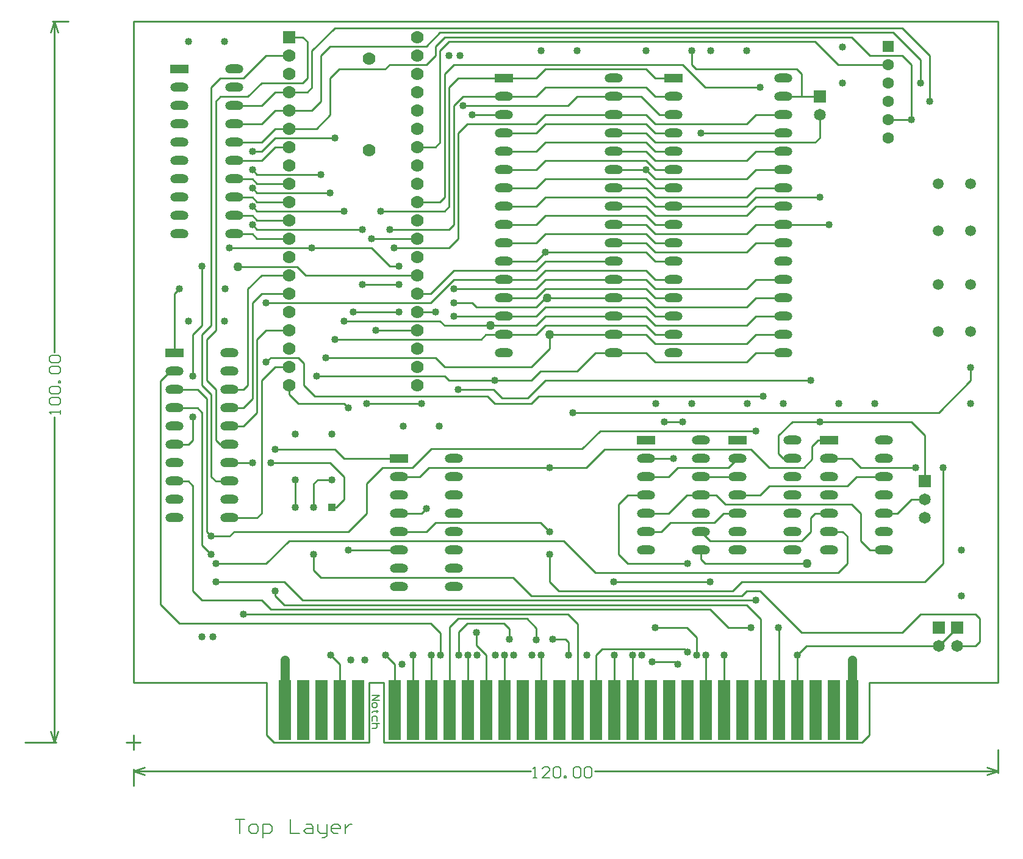
<source format=gtl>
G04*
G04 #@! TF.GenerationSoftware,Altium Limited,CircuitStudio,1.5.2 (30)*
G04*
G04 Layer_Physical_Order=1*
G04 Layer_Color=255*
%FSLAX25Y25*%
%MOIN*%
G70*
G01*
G75*
%ADD10R,0.06500X0.32500*%
%ADD11C,0.01000*%
%ADD12C,0.05000*%
%ADD13C,0.00800*%
%ADD14C,0.00600*%
%ADD15C,0.07000*%
%ADD16C,0.04000*%
%ADD17R,0.06500X0.06500*%
%ADD18C,0.06500*%
%ADD19R,0.04000X0.04000*%
%ADD20R,0.10000X0.05000*%
%ADD21O,0.10000X0.05000*%
%ADD22R,0.07000X0.07000*%
%ADD23C,0.05906*%
%ADD24C,0.06300*%
%ADD25R,0.06300X0.06300*%
%ADD26C,0.05000*%
D10*
X395000Y1152500D02*
D03*
X665000D02*
D03*
X655000D02*
D03*
X645000D02*
D03*
X635000D02*
D03*
X355000D02*
D03*
X365000D02*
D03*
X375000D02*
D03*
X385000D02*
D03*
X415000D02*
D03*
X425000D02*
D03*
X435000D02*
D03*
X445000D02*
D03*
X455000D02*
D03*
X465000D02*
D03*
X475000D02*
D03*
X485000D02*
D03*
X495000D02*
D03*
X505000D02*
D03*
X515000D02*
D03*
X525000D02*
D03*
X535000D02*
D03*
X545000D02*
D03*
X555000D02*
D03*
X565000D02*
D03*
X575000D02*
D03*
X585000D02*
D03*
X595000D02*
D03*
X605000D02*
D03*
X615000D02*
D03*
X625000D02*
D03*
D11*
X365400Y1329800D02*
Y1341785D01*
X362185Y1345000D02*
X365400Y1341785D01*
X347185Y1345000D02*
X362185D01*
X344685Y1342500D02*
X347185Y1345000D01*
X309685Y1212500D02*
X342185D01*
X304685Y1217500D02*
X309685Y1212500D01*
X304685Y1217500D02*
Y1232500D01*
X342185Y1212500D02*
X347185Y1207500D01*
X349685Y1215000D02*
Y1217500D01*
Y1215000D02*
X354685Y1210000D01*
X607185D01*
X332185Y1205000D02*
X509685D01*
X347185Y1207500D02*
X587185D01*
X607185Y1210000D02*
X615000Y1202185D01*
X364685Y1212500D02*
X612185D01*
X354685Y1222500D02*
X364685Y1212500D01*
X317185Y1222500D02*
X354685D01*
X587185Y1207500D02*
X597185Y1197500D01*
X609685D01*
X625000Y1152500D02*
Y1197185D01*
X297185Y1200000D02*
X434685D01*
X286900Y1210285D02*
X297185Y1200000D01*
X286900Y1210285D02*
Y1332215D01*
X440000Y1182500D02*
Y1194685D01*
X434685Y1200000D02*
X440000Y1194685D01*
X294685Y1277500D02*
X302185D01*
X304685Y1275000D01*
Y1232500D02*
Y1275000D01*
X317185Y1360000D02*
Y1485000D01*
Y1300000D02*
Y1327500D01*
X312185Y1355000D02*
X317185Y1360000D01*
X312185Y1332500D02*
Y1355000D01*
Y1332500D02*
X317185Y1327500D01*
X314685Y1362500D02*
Y1492500D01*
Y1280000D02*
Y1325000D01*
X309685Y1357500D02*
X314685Y1362500D01*
X309685Y1330000D02*
Y1357500D01*
Y1330000D02*
X314685Y1325000D01*
X604685Y1222500D02*
X704685D01*
X714685Y1232500D01*
Y1285000D01*
X527185Y1305000D02*
X612185D01*
X682185Y1260000D02*
X689685D01*
X697185Y1267500D01*
X704685D01*
X697185Y1310000D02*
X704685Y1302500D01*
Y1277500D02*
Y1302500D01*
X632185Y1310000D02*
X697185D01*
X734685Y1190000D02*
Y1202500D01*
X732185Y1205000D02*
X734685Y1202500D01*
X702185Y1205000D02*
X732185D01*
X722185Y1187500D02*
X732185D01*
X734685Y1190000D01*
X692185Y1195000D02*
X702185Y1205000D01*
X637185Y1195000D02*
X692185D01*
X614685Y1217500D02*
X637185Y1195000D01*
X607185Y1217500D02*
X614685D01*
X712185Y1187500D02*
X722185Y1197500D01*
X640000Y1187500D02*
X712185D01*
X635000Y1182500D02*
X640000Y1187500D01*
X637185Y1417500D02*
X652185D01*
X612185Y1432500D02*
X647185D01*
X497185Y1332500D02*
X642185D01*
X512185Y1315000D02*
X712185D01*
X582185Y1467500D02*
X627185D01*
X559685Y1477500D02*
X567185D01*
X549685Y1487500D02*
X559685Y1477500D01*
X534685Y1487500D02*
X549685D01*
X514685D02*
X534685D01*
X509685Y1482500D02*
X514685Y1487500D01*
X452185Y1482500D02*
X509685D01*
X457185Y1477500D02*
X474685D01*
X524685Y1227500D02*
X657185D01*
X507185Y1245000D02*
X524685Y1227500D01*
X357185Y1245000D02*
X507185D01*
X504685Y1217500D02*
X599685D01*
X499685Y1222500D02*
X504685Y1217500D01*
X499685Y1222500D02*
Y1237500D01*
X489685Y1215000D02*
X604685D01*
X479685Y1225000D02*
X489685Y1215000D01*
X374685Y1225000D02*
X479685D01*
X399685Y1320000D02*
X429685D01*
X402185Y1410000D02*
X427185D01*
X349685Y1295000D02*
X382185D01*
X387185Y1290000D01*
X404685D01*
X442185Y1362500D02*
X492185D01*
X459685Y1187815D02*
X465000Y1182500D01*
X459685Y1187815D02*
Y1195000D01*
X489700Y1332500D02*
X494700Y1337500D01*
X444685Y1332500D02*
X489700D01*
X644685Y1260000D02*
X652185D01*
X642185Y1257500D02*
X644685Y1260000D01*
X642185Y1250000D02*
Y1257500D01*
X489685Y1340000D02*
X499685Y1350000D01*
X442185Y1340000D02*
X489685D01*
X437185Y1345000D02*
X442185Y1340000D01*
X499685Y1350000D02*
Y1357500D01*
X498900Y1357500D02*
X509685D01*
X514685Y1337500D02*
X524685Y1347500D01*
X494700Y1337500D02*
X514685D01*
X524685Y1347500D02*
X534685D01*
X674685Y1240000D02*
X682185D01*
X669685Y1245000D02*
X674685Y1240000D01*
X669685Y1245000D02*
Y1260000D01*
X619685Y1285000D02*
X638500D01*
X609685Y1295000D02*
X619685Y1285000D01*
X529685Y1295000D02*
X609685D01*
X664685Y1265000D02*
X669685Y1260000D01*
X595700Y1265000D02*
X664685D01*
X510000Y1182500D02*
Y1189685D01*
X508385Y1191300D02*
X510000Y1189685D01*
X501200Y1191300D02*
X508385D01*
X327185Y1250000D02*
X389685D01*
X324685Y1247500D02*
X327185Y1250000D01*
X314685Y1247500D02*
X324685D01*
X370807Y1228878D02*
X374685Y1225000D01*
X370807Y1228878D02*
Y1237500D01*
X344685Y1232500D02*
X357185Y1245000D01*
X317185Y1232500D02*
X344685D01*
X729685Y1332500D02*
Y1339685D01*
X712185Y1315000D02*
X729685Y1332500D01*
X597185Y1285000D02*
X602185Y1290000D01*
X569685Y1285000D02*
X597185D01*
X564685Y1280000D02*
X569685Y1285000D01*
X552185Y1280000D02*
X564685D01*
X580000Y1182500D02*
Y1192185D01*
X574685Y1197500D02*
X580000Y1192185D01*
X557185Y1197500D02*
X574685D01*
X669685Y1285000D02*
X699685D01*
X664685Y1290000D02*
X669685Y1285000D01*
X652185Y1290000D02*
X664685D01*
X599685Y1217500D02*
X604685Y1222500D01*
Y1215000D02*
X607185Y1217500D01*
X638500Y1285000D02*
X643100Y1289600D01*
X637185Y1245000D02*
X642185Y1250000D01*
X587185Y1245000D02*
X637185D01*
X494685Y1255000D02*
X499685Y1250000D01*
X437185Y1255000D02*
X494685D01*
X659685Y1250000D02*
X662185Y1247500D01*
Y1232500D02*
Y1247500D01*
X657185Y1227500D02*
X662185Y1232500D01*
X542185Y1270000D02*
X552185D01*
X574685D02*
X582185D01*
X552185Y1260000D02*
X564685D01*
X574685Y1270000D01*
X537185Y1265000D02*
X542185Y1270000D01*
X537185Y1237500D02*
Y1265000D01*
Y1237500D02*
X542185Y1232500D01*
X575000D01*
X519685Y1285000D02*
X529685Y1295000D01*
X499685Y1285000D02*
X519685D01*
X309685Y1242500D02*
X314685Y1237500D01*
X389685Y1250000D02*
X399685Y1260000D01*
Y1276385D01*
X408300Y1285000D01*
X424685D01*
X562185Y1310000D02*
X572185D01*
X429685Y1260000D02*
X432185Y1262500D01*
X417185Y1260000D02*
X429685D01*
X498900Y1357500D02*
X499685D01*
X498900Y1357500D02*
X498900Y1357500D01*
X428800Y1280000D02*
X433800Y1285000D01*
X499685D01*
X492185Y1372500D02*
X497185Y1377500D01*
X534685Y1222500D02*
X587185D01*
X552185Y1290000D02*
X567185D01*
X624685Y1302500D02*
X632185Y1310000D01*
X624685Y1292500D02*
Y1302500D01*
Y1292500D02*
X627185Y1290000D01*
X432185Y1250000D02*
X437185Y1255000D01*
X582185Y1250000D02*
X587185Y1245000D01*
X627185Y1290000D02*
X632185D01*
X493585Y1323900D02*
X616400D01*
X489685Y1320000D02*
X493585Y1323900D01*
X469685Y1320000D02*
X489685D01*
X487585Y1322900D02*
X497185Y1332500D01*
X473500Y1322900D02*
X487585D01*
X442185Y1335000D02*
X444685Y1332500D01*
X372185Y1335000D02*
X442185D01*
X465785Y1323900D02*
X469685Y1320000D01*
X371300Y1323900D02*
X465785D01*
X662200Y1275000D02*
X667200Y1280000D01*
X619685Y1275000D02*
X662200D01*
X614685Y1270000D02*
X619685Y1275000D01*
X602100Y1270000D02*
X614685D01*
X517385Y1295200D02*
X527185Y1305000D01*
X434885Y1295200D02*
X517385D01*
X424685Y1285000D02*
X434885Y1295200D01*
X594685Y1260000D02*
X602185D01*
X589685Y1255000D02*
X594685Y1260000D01*
X565600Y1255000D02*
X589685D01*
X560600Y1250000D02*
X565600Y1255000D01*
X584685Y1232500D02*
X640300D01*
X582185Y1235000D02*
X584685Y1232500D01*
X582185Y1235000D02*
Y1240000D01*
X652185Y1250000D02*
X659685D01*
X492400Y1190800D02*
Y1197285D01*
X487185Y1202500D02*
X492400Y1197285D01*
X449685Y1202500D02*
X487185D01*
X445000Y1197815D02*
X449685Y1202500D01*
X445000Y1182500D02*
Y1197815D01*
X477800Y1191200D02*
Y1196885D01*
X474685Y1200000D02*
X477800Y1196885D01*
X454685Y1200000D02*
X474685D01*
X450000Y1195315D02*
X454685Y1200000D01*
X450000Y1182500D02*
Y1195315D01*
X509685Y1205000D02*
X515000Y1199685D01*
X555600Y1178900D02*
X568285D01*
X569685Y1177500D01*
X309685Y1242500D02*
Y1315000D01*
X497185Y1377500D02*
X534685D01*
X643100Y1289600D02*
Y1296700D01*
X646400Y1300000D01*
X652185D01*
X417185Y1280000D02*
X428800D01*
X417185Y1250000D02*
X432185D01*
X286900Y1332215D02*
X292185Y1337500D01*
X573300Y1185800D02*
X575000Y1184100D01*
X528300Y1185800D02*
X573300D01*
X525000Y1182500D02*
X528300Y1185800D01*
X590700Y1270000D02*
X595700Y1265000D01*
X582185Y1270000D02*
X590700D01*
X449685Y1327500D02*
X468900D01*
X473500Y1322900D01*
X365400Y1329800D02*
X371300Y1323900D01*
X329300Y1394600D02*
X361800D01*
X366400Y1390000D01*
X427185D01*
X667200Y1280000D02*
X682185D01*
X552185Y1250000D02*
X560600D01*
X684685Y1475000D02*
X697185D01*
X582185Y1280000D02*
X602185D01*
X404685Y1290000D02*
X417185D01*
X389685Y1240000D02*
X417185D01*
X362185Y1320000D02*
X387185D01*
X389685Y1317500D01*
X339685Y1415000D02*
X397185D01*
X337185Y1417500D02*
X339685Y1415000D01*
Y1425000D02*
X387185D01*
X339685Y1435000D02*
X379685D01*
X339685Y1445000D02*
X374685D01*
X397185Y1385000D02*
X417185D01*
X412185Y1395000D02*
X417185D01*
X402185Y1405000D02*
X412185Y1395000D01*
X369685Y1405000D02*
X402185D01*
X392185Y1370000D02*
X417185D01*
X387185Y1365000D02*
X439685D01*
X382185Y1355000D02*
X462185D01*
X377185Y1345000D02*
X437185D01*
X357185Y1325000D02*
X362185Y1320000D01*
X357185Y1325000D02*
Y1330000D01*
X447185Y1367500D02*
X474685D01*
X474685Y1367500D01*
X447185Y1375000D02*
X457185D01*
X459685Y1372500D01*
X492185D01*
X447185Y1382500D02*
X492185D01*
X497185Y1387500D01*
X534685D01*
X439685Y1365000D02*
X442185Y1362500D01*
X492185D02*
X497185Y1367500D01*
X534685D01*
X462185Y1355000D02*
X464685Y1357500D01*
X474685D01*
X509685D02*
X534685D01*
X349685Y1465000D02*
X382185D01*
X342185Y1457500D02*
X349685Y1465000D01*
X337185Y1457500D02*
X342185D01*
X337185Y1427500D02*
X339685Y1425000D01*
X337185Y1437500D02*
X339685Y1435000D01*
X337185Y1447500D02*
X339685Y1445000D01*
X324685Y1405000D02*
X369685D01*
X404685Y1360000D02*
X427185D01*
X414685Y1405000D02*
X444685D01*
X412185Y1415000D02*
X444685D01*
X407185Y1425000D02*
X442185D01*
X342185Y1260000D02*
Y1332500D01*
X339685Y1257500D02*
X342185Y1260000D01*
Y1332500D02*
X349685Y1340000D01*
X357185D01*
X442185Y1432500D02*
Y1500000D01*
X439685Y1430000D02*
X442185Y1432500D01*
X427185Y1430000D02*
X439685D01*
X444685Y1427500D02*
Y1492500D01*
X442185Y1425000D02*
X444685Y1427500D01*
X447185Y1417500D02*
Y1482500D01*
X444685Y1415000D02*
X447185Y1417500D01*
X449685Y1410000D02*
Y1467500D01*
X444685Y1405000D02*
X449685Y1410000D01*
X344685Y1375000D02*
X434685D01*
X447185Y1387500D01*
X474685D01*
X627185Y1417500D02*
X637185D01*
X607185Y1427500D02*
X612185Y1432500D01*
X567185Y1427500D02*
X607185D01*
X635000Y1152500D02*
Y1182500D01*
X615000Y1152500D02*
Y1202185D01*
X595000Y1152500D02*
Y1182500D01*
X585000Y1152500D02*
Y1182500D01*
X545000Y1152500D02*
Y1182500D01*
X535000Y1152500D02*
Y1182500D01*
X525000Y1152500D02*
Y1182500D01*
X515000Y1152500D02*
Y1199685D01*
X495000Y1152500D02*
Y1182500D01*
X475000Y1152500D02*
Y1182500D01*
X465000Y1152500D02*
Y1182500D01*
X455000Y1152500D02*
Y1182500D01*
X445000Y1152500D02*
Y1182500D01*
X435000Y1152500D02*
Y1182500D01*
X425000Y1152500D02*
Y1182500D01*
X410000D02*
X415000Y1177500D01*
Y1152500D02*
Y1177500D01*
X380000Y1182500D02*
X385000Y1177500D01*
Y1152500D02*
Y1177500D01*
X312185Y1250000D02*
X314685Y1247500D01*
X312185Y1250000D02*
Y1322500D01*
X427185Y1370000D02*
X437185D01*
X367185Y1497500D02*
Y1517500D01*
X364685Y1495000D02*
X367185Y1497500D01*
X342185Y1495000D02*
X364685D01*
X309685Y1362500D02*
Y1395000D01*
X304685Y1357500D02*
X309685Y1362500D01*
X304685Y1335000D02*
Y1357500D01*
X292185Y1337500D02*
X294685D01*
X307185Y1327500D02*
X312185Y1322500D01*
X294685Y1327500D02*
X307185D01*
X304685Y1300000D02*
Y1312500D01*
X302185Y1297500D02*
X304685Y1300000D01*
X294685Y1297500D02*
X302185D01*
X449685Y1467500D02*
X454685Y1472500D01*
X492185D01*
X497185Y1477500D01*
X534685D01*
X447185Y1482500D02*
X452185Y1487500D01*
X474685D01*
X444685Y1492500D02*
X449685Y1497500D01*
X474685D01*
X307185Y1317500D02*
X309685Y1315000D01*
X294685Y1317500D02*
X307185D01*
X314685Y1492500D02*
X319685Y1497500D01*
X314685Y1280000D02*
X317185Y1277500D01*
Y1485000D02*
X319685Y1487500D01*
X317185Y1300000D02*
X319685Y1297500D01*
X324685D01*
X380807Y1263189D02*
X382874D01*
X387185Y1267500D01*
Y1280000D01*
X379685Y1287500D02*
X387185Y1280000D01*
X347185Y1287500D02*
X379685D01*
X372874Y1278189D02*
X380807D01*
X370807Y1276122D02*
X372874Y1278189D01*
X370807Y1263189D02*
Y1276122D01*
X360807Y1263189D02*
Y1278189D01*
X324685Y1287500D02*
X337185D01*
X324685Y1257500D02*
X339685D01*
X317185Y1277500D02*
X324685D01*
X319685Y1497500D02*
X332185D01*
X344685Y1510000D01*
X357185D01*
Y1520000D02*
X364685D01*
X367185Y1517500D01*
X334685Y1487500D02*
X342185Y1495000D01*
X369685Y1492500D02*
Y1512500D01*
X367185Y1490000D02*
X369685Y1492500D01*
X357185Y1490000D02*
X367185D01*
X379685Y1497500D02*
X384685Y1502500D01*
X379685Y1477500D02*
Y1497500D01*
X372185Y1470000D02*
X379685Y1477500D01*
X369685Y1512500D02*
X382185Y1525000D01*
X692185D01*
X374685Y1485000D02*
Y1510000D01*
X369685Y1480000D02*
X374685Y1485000D01*
X357185Y1480000D02*
X369685D01*
X379685Y1515000D02*
X432185D01*
X374685Y1510000D02*
X379685Y1515000D01*
X357185Y1470000D02*
X372185D01*
X384685Y1502500D02*
X409685D01*
X319685Y1487500D02*
X334685D01*
X344685Y1360000D02*
X357185D01*
X339685Y1355000D02*
X344685Y1360000D01*
X339685Y1315000D02*
Y1355000D01*
X332185Y1307500D02*
X339685Y1315000D01*
X324685Y1307500D02*
X332185D01*
X342185Y1380000D02*
X357185D01*
X337185Y1375000D02*
X342185Y1380000D01*
X337185Y1322500D02*
Y1375000D01*
X332185Y1317500D02*
X337185Y1322500D01*
X324685Y1317500D02*
X332185D01*
X342185Y1390000D02*
X357185D01*
X334685Y1382500D02*
X342185Y1390000D01*
X334685Y1330000D02*
Y1382500D01*
X332185Y1327500D02*
X334685Y1330000D01*
X324685Y1327500D02*
X332185D01*
X294685Y1380000D02*
X297185Y1382500D01*
X294685Y1347500D02*
Y1380000D01*
X584685Y1492500D02*
X614685D01*
X572185Y1505000D02*
X584685Y1492500D01*
X447185Y1505000D02*
X572185D01*
X442185Y1500000D02*
X447185Y1505000D01*
X427185Y1380000D02*
X434685D01*
X447185Y1392500D01*
X492185D01*
X497185Y1397500D01*
X534685D01*
X707185Y1485000D02*
Y1510000D01*
X692185Y1525000D02*
X707185Y1510000D01*
X702185Y1495000D02*
Y1507500D01*
X687185Y1522500D02*
X702185Y1507500D01*
X439685Y1522500D02*
X687185D01*
X697185Y1475000D02*
Y1505000D01*
X692185Y1510000D02*
X697185Y1505000D01*
X674685Y1510000D02*
X692185D01*
X664685Y1520000D02*
X674685Y1510000D01*
X442185Y1520000D02*
X664685D01*
X437185Y1515000D02*
X442185Y1520000D01*
X437185Y1510000D02*
Y1515000D01*
X432185Y1505000D02*
X437185Y1510000D01*
X412185Y1505000D02*
X432185D01*
X409685Y1502500D02*
X412185Y1505000D01*
X432185Y1515000D02*
X439685Y1522500D01*
X444685Y1517500D02*
X644685D01*
X439685Y1512500D02*
X444685Y1517500D01*
X644685D02*
X657185Y1505000D01*
X684685D01*
X439685Y1462500D02*
Y1512500D01*
X437185Y1460000D02*
X439685Y1462500D01*
X427185Y1460000D02*
X437185D01*
X474685Y1357500D02*
X492185D01*
X557185Y1362500D02*
X607185D01*
X534685Y1377500D02*
X552185D01*
X557185Y1462500D02*
X644685D01*
X534685Y1467500D02*
X552185D01*
X349685Y1490000D02*
X357185D01*
X474685Y1487500D02*
X492185D01*
X497185Y1492500D01*
X552185D01*
X557185Y1487500D01*
X567185D01*
X557185Y1467500D02*
X567185D01*
X552185Y1472500D02*
X557185Y1467500D01*
X497185Y1472500D02*
X552185D01*
X492185Y1467500D02*
X497185Y1472500D01*
X474685Y1467500D02*
X492185D01*
X557185Y1457500D02*
X567185D01*
X552185Y1462500D02*
X557185Y1457500D01*
X497185Y1462500D02*
X552185D01*
X492185Y1457500D02*
X497185Y1462500D01*
X474685Y1457500D02*
X492185D01*
X557185Y1447500D02*
X567185D01*
X552185Y1452500D02*
X557185Y1447500D01*
X497185Y1452500D02*
X552185D01*
X492185Y1447500D02*
X497185Y1452500D01*
X474685Y1447500D02*
X492185D01*
X557185Y1437500D02*
X567185D01*
X552185Y1442500D02*
X557185Y1437500D01*
X497185Y1442500D02*
X552185D01*
X492185Y1437500D02*
X497185Y1442500D01*
X474685Y1437500D02*
X492185D01*
X557185Y1427500D02*
X567185D01*
X552185Y1432500D02*
X557185Y1427500D01*
X497185Y1432500D02*
X552185D01*
X492185Y1427500D02*
X497185Y1432500D01*
X474685Y1427500D02*
X492185D01*
X557185Y1417500D02*
X567185D01*
X552185Y1422500D02*
X557185Y1417500D01*
X497185Y1422500D02*
X552185D01*
X492185Y1417500D02*
X497185Y1422500D01*
X474685Y1417500D02*
X492185D01*
X557185Y1407500D02*
X567185D01*
X552185Y1412500D02*
X557185Y1407500D01*
X497185Y1412500D02*
X552185D01*
X492185Y1407500D02*
X497185Y1412500D01*
X474685Y1407500D02*
X492185D01*
X557185Y1397500D02*
X567185D01*
X552185Y1402500D02*
X557185Y1397500D01*
X492185D02*
X497185Y1402500D01*
X557185Y1387500D02*
X567185D01*
X552185Y1392500D02*
X557185Y1387500D01*
X497185Y1392500D02*
X552185D01*
X492185Y1387500D02*
X497185Y1392500D01*
X557185Y1377500D02*
X567185D01*
X552185Y1382500D02*
X557185Y1377500D01*
X497185Y1382500D02*
X552185D01*
X492185Y1377500D02*
X497185Y1382500D01*
X474685Y1377500D02*
X492185D01*
X557185Y1367500D02*
X567185D01*
X552185Y1372500D02*
X557185Y1367500D01*
X497185Y1372500D02*
X552185D01*
X492185Y1367500D02*
X497185Y1372500D01*
X474685Y1367500D02*
X492185D01*
X557185Y1357500D02*
X567185D01*
X552185Y1362500D02*
X557185Y1357500D01*
X497185Y1362500D02*
X552185D01*
X492185Y1357500D02*
X497185Y1362500D01*
X557185Y1497500D02*
X567185D01*
X552185Y1502500D02*
X557185Y1497500D01*
X497185Y1502500D02*
X552185D01*
X492185Y1497500D02*
X497185Y1502500D01*
X474685Y1497500D02*
X492185D01*
X534685Y1367500D02*
X552185D01*
X557185Y1362500D01*
X607185D02*
X612185Y1367500D01*
X627185D01*
X612185Y1357500D02*
X627185D01*
X607185Y1352500D02*
X612185Y1357500D01*
X557185Y1352500D02*
X607185D01*
X552185Y1357500D02*
X557185Y1352500D01*
X534685Y1357500D02*
X552185D01*
X612185Y1347500D02*
X627185D01*
X607185Y1342500D02*
X612185Y1347500D01*
X557185Y1342500D02*
X607185D01*
X552185Y1347500D02*
X557185Y1342500D01*
X534685Y1347500D02*
X552185D01*
X612185Y1377500D02*
X627185D01*
X607185Y1372500D02*
X612185Y1377500D01*
X557185Y1372500D02*
X607185D01*
X552185Y1377500D02*
X557185Y1372500D01*
X612185Y1387500D02*
X627185D01*
X607185Y1382500D02*
X612185Y1387500D01*
X557185Y1382500D02*
X607185D01*
X552185Y1387500D02*
X557185Y1382500D01*
X534685Y1387500D02*
X552185D01*
X612185Y1407500D02*
X627185D01*
X607185Y1402500D02*
X612185Y1407500D01*
X557185Y1402500D02*
X607185D01*
X552185Y1407500D02*
X557185Y1402500D01*
X534685Y1407500D02*
X552185D01*
X612185Y1417500D02*
X627185D01*
X607185Y1412500D02*
X612185Y1417500D01*
X557185Y1412500D02*
X607185D01*
X552185Y1417500D02*
X557185Y1412500D01*
X534685Y1417500D02*
X552185D01*
X612185Y1427500D02*
X627185D01*
X607185Y1422500D02*
X612185Y1427500D01*
X557185Y1422500D02*
X607185D01*
X552185Y1427500D02*
X557185Y1422500D01*
X534685Y1427500D02*
X552185D01*
X612185Y1437500D02*
X627185D01*
X607185Y1432500D02*
X612185Y1437500D01*
X557185Y1432500D02*
X607185D01*
X552185Y1437500D02*
X557185Y1432500D01*
X534685Y1437500D02*
X552185D01*
X612185Y1447500D02*
X627185D01*
X607185Y1442500D02*
X612185Y1447500D01*
X557185Y1442500D02*
X607185D01*
X552185Y1447500D02*
X557185Y1442500D01*
X534685Y1447500D02*
X552185D01*
X612185Y1457500D02*
X627185D01*
X607185Y1452500D02*
X612185Y1457500D01*
X557185Y1452500D02*
X607185D01*
X552185Y1457500D02*
X557185Y1452500D01*
X534685Y1457500D02*
X552185D01*
X612185Y1477500D02*
X627185D01*
X607185Y1472500D02*
X612185Y1477500D01*
X557185Y1472500D02*
X607185D01*
X552185Y1477500D02*
X557185Y1472500D01*
X534685Y1477500D02*
X552185D01*
X577185Y1505000D02*
Y1512500D01*
Y1505000D02*
X579685Y1502500D01*
X634685D01*
X637185Y1500000D01*
Y1487500D02*
Y1500000D01*
X627185Y1487500D02*
X637185D01*
X647185D01*
X552185Y1467500D02*
X557185Y1462500D01*
X644685D02*
X647185Y1465000D01*
Y1477500D01*
X474685Y1397500D02*
X492185D01*
X497185Y1402500D02*
X552185D01*
X327185Y1482500D02*
X342185D01*
X349685Y1490000D01*
Y1480000D02*
X357185D01*
X342185Y1472500D02*
X349685Y1480000D01*
X327185Y1472500D02*
X342185D01*
X349685Y1470000D02*
X357185D01*
X342185Y1462500D02*
X349685Y1470000D01*
X327185Y1462500D02*
X342185D01*
X349685Y1460000D02*
X357185D01*
X342185Y1452500D02*
X349685Y1460000D01*
X327185Y1452500D02*
X342185D01*
X327185Y1442500D02*
X337185D01*
X339685Y1440000D01*
X357185D01*
X339685Y1430000D02*
X357185D01*
X337185Y1432500D02*
X339685Y1430000D01*
X327185Y1432500D02*
X337185D01*
X339685Y1420000D02*
X357185D01*
X337185Y1422500D02*
X339685Y1420000D01*
X327185Y1422500D02*
X337185D01*
X339685Y1410000D02*
X357185D01*
X337185Y1412500D02*
X339685Y1410000D01*
X327185Y1412500D02*
X337185D01*
X474685Y1387500D02*
X492185D01*
X744626Y1118252D02*
Y1131063D01*
X272185Y1111378D02*
Y1120252D01*
X524400Y1119252D02*
X744626D01*
X272185D02*
X489211D01*
X738626Y1121252D02*
X744626Y1119252D01*
X738626Y1117252D02*
X744626Y1119252D01*
X272185D02*
X278185Y1117252D01*
X272185Y1119252D02*
X278185Y1121252D01*
X227878Y1528701D02*
X236752D01*
X213130Y1135000D02*
X229878D01*
X228878Y1347845D02*
Y1528701D01*
Y1135000D02*
Y1312656D01*
X226878Y1522701D02*
X228878Y1528701D01*
X230878Y1522701D01*
X228878Y1135000D02*
X230878Y1141000D01*
X226878D02*
X228878Y1135000D01*
X401000Y1167500D02*
X409000D01*
X401000Y1135000D02*
Y1167500D01*
X350000Y1135000D02*
X401000D01*
X409000D02*
Y1167500D01*
Y1135000D02*
X670000D01*
X272185Y1131063D02*
Y1138937D01*
X268248Y1135000D02*
X276122D01*
X349700D02*
X401000D01*
X409000D02*
Y1167500D01*
X401000Y1135000D02*
Y1167500D01*
X409000Y1135000D02*
X670300D01*
X674300Y1139000D02*
Y1167500D01*
X670300Y1135000D02*
X674300Y1139000D01*
X344937D02*
Y1167480D01*
Y1139000D02*
X348937Y1135000D01*
X349700D01*
X272185Y1167480D02*
Y1528701D01*
X744626D01*
Y1167500D02*
Y1528701D01*
X674300Y1167500D02*
X744449D01*
X272185Y1167480D02*
X344937D01*
D12*
X665000Y1152500D02*
Y1172500D01*
X355000D02*
Y1180000D01*
X665000Y1172500D02*
Y1180000D01*
X355000Y1152500D02*
Y1172500D01*
D13*
X327913Y1092813D02*
X332912D01*
X330413D01*
Y1085315D01*
X336661D02*
X339160D01*
X340409Y1086565D01*
Y1089064D01*
X339160Y1090313D01*
X336661D01*
X335411Y1089064D01*
Y1086565D01*
X336661Y1085315D01*
X342909Y1082816D02*
Y1090313D01*
X346657D01*
X347907Y1089064D01*
Y1086565D01*
X346657Y1085315D01*
X342909D01*
X357904Y1092813D02*
Y1085315D01*
X362902D01*
X366651Y1090313D02*
X369150D01*
X370400Y1089064D01*
Y1085315D01*
X366651D01*
X365401Y1086565D01*
X366651Y1087814D01*
X370400D01*
X372899Y1090313D02*
Y1086565D01*
X374149Y1085315D01*
X377897D01*
Y1084065D01*
X376648Y1082816D01*
X375398D01*
X377897Y1085315D02*
Y1090313D01*
X384145Y1085315D02*
X381646D01*
X380396Y1086565D01*
Y1089064D01*
X381646Y1090313D01*
X384145D01*
X385395Y1089064D01*
Y1087814D01*
X380396D01*
X387894Y1090313D02*
Y1085315D01*
Y1087814D01*
X389144Y1089064D01*
X390393Y1090313D01*
X391643D01*
X402500Y1160500D02*
X406499D01*
X402500Y1157834D01*
X406499D01*
X402500Y1155835D02*
Y1154502D01*
X403166Y1153835D01*
X404499D01*
X405166Y1154502D01*
Y1155835D01*
X404499Y1156501D01*
X403166D01*
X402500Y1155835D01*
X405832Y1151836D02*
X405166D01*
Y1152503D01*
Y1151170D01*
Y1151836D01*
X403166D01*
X402500Y1151170D01*
X405166Y1146504D02*
Y1148504D01*
X404499Y1149170D01*
X403166D01*
X402500Y1148504D01*
Y1146504D01*
X406499Y1145172D02*
X402500D01*
X404499D01*
X405166Y1144505D01*
Y1143172D01*
X404499Y1142506D01*
X402500D01*
D14*
X490811Y1115653D02*
X492810D01*
X491810D01*
Y1121651D01*
X490811Y1120651D01*
X499808Y1115653D02*
X495809D01*
X499808Y1119652D01*
Y1120651D01*
X498808Y1121651D01*
X496809D01*
X495809Y1120651D01*
X501807D02*
X502807Y1121651D01*
X504806D01*
X505806Y1120651D01*
Y1116653D01*
X504806Y1115653D01*
X502807D01*
X501807Y1116653D01*
Y1120651D01*
X507805Y1115653D02*
Y1116653D01*
X508805D01*
Y1115653D01*
X507805D01*
X512804Y1120651D02*
X513803Y1121651D01*
X515802D01*
X516802Y1120651D01*
Y1116653D01*
X515802Y1115653D01*
X513803D01*
X512804Y1116653D01*
Y1120651D01*
X518802D02*
X519801Y1121651D01*
X521801D01*
X522800Y1120651D01*
Y1116653D01*
X521801Y1115653D01*
X519801D01*
X518802Y1116653D01*
Y1120651D01*
X232477Y1314256D02*
Y1316255D01*
Y1315255D01*
X226479D01*
X227479Y1314256D01*
Y1319254D02*
X226479Y1320254D01*
Y1322253D01*
X227479Y1323253D01*
X231477D01*
X232477Y1322253D01*
Y1320254D01*
X231477Y1319254D01*
X227479D01*
Y1325252D02*
X226479Y1326252D01*
Y1328251D01*
X227479Y1329251D01*
X231477D01*
X232477Y1328251D01*
Y1326252D01*
X231477Y1325252D01*
X227479D01*
X232477Y1331250D02*
X231477D01*
Y1332250D01*
X232477D01*
Y1331250D01*
X227479Y1336248D02*
X226479Y1337248D01*
Y1339248D01*
X227479Y1340247D01*
X231477D01*
X232477Y1339248D01*
Y1337248D01*
X231477Y1336248D01*
X227479D01*
Y1342247D02*
X226479Y1343246D01*
Y1345245D01*
X227479Y1346245D01*
X231477D01*
X232477Y1345245D01*
Y1343246D01*
X231477Y1342247D01*
X227479D01*
D15*
X401122Y1458130D02*
D03*
Y1508130D02*
D03*
X427185Y1520000D02*
D03*
Y1510000D02*
D03*
Y1500000D02*
D03*
Y1490000D02*
D03*
Y1480000D02*
D03*
Y1470000D02*
D03*
Y1460000D02*
D03*
Y1450000D02*
D03*
Y1440000D02*
D03*
Y1430000D02*
D03*
Y1420000D02*
D03*
Y1410000D02*
D03*
Y1400000D02*
D03*
Y1390000D02*
D03*
Y1380000D02*
D03*
Y1370000D02*
D03*
Y1360000D02*
D03*
Y1350000D02*
D03*
Y1340000D02*
D03*
Y1330000D02*
D03*
X357185D02*
D03*
Y1340000D02*
D03*
Y1350000D02*
D03*
Y1360000D02*
D03*
Y1370000D02*
D03*
Y1380000D02*
D03*
Y1390000D02*
D03*
Y1400000D02*
D03*
Y1410000D02*
D03*
Y1420000D02*
D03*
Y1430000D02*
D03*
Y1440000D02*
D03*
Y1450000D02*
D03*
Y1460000D02*
D03*
Y1470000D02*
D03*
Y1480000D02*
D03*
Y1490000D02*
D03*
Y1500000D02*
D03*
Y1510000D02*
D03*
D16*
X724685Y1215000D02*
D03*
Y1240000D02*
D03*
X380807Y1278189D02*
D03*
Y1303189D02*
D03*
X297185Y1382500D02*
D03*
X322185D02*
D03*
X321870Y1365000D02*
D03*
X302185D02*
D03*
X321870Y1517500D02*
D03*
X302185D02*
D03*
X495000Y1512500D02*
D03*
X514685D02*
D03*
X450591Y1510000D02*
D03*
X444685D02*
D03*
X659685Y1514685D02*
D03*
Y1495000D02*
D03*
X587500Y1512500D02*
D03*
X607185D02*
D03*
X552185D02*
D03*
X577185D02*
D03*
X729685Y1339685D02*
D03*
Y1320000D02*
D03*
X657500D02*
D03*
X677185D02*
D03*
X607500D02*
D03*
X627185D02*
D03*
X557500D02*
D03*
X577185D02*
D03*
X439370Y1307500D02*
D03*
X419685D02*
D03*
X360807Y1263189D02*
D03*
X370807D02*
D03*
X360807Y1278189D02*
D03*
Y1303189D02*
D03*
X315591Y1192500D02*
D03*
X309685D02*
D03*
X344685Y1342500D02*
D03*
X332185Y1205000D02*
D03*
X349685Y1217500D02*
D03*
X609685Y1197500D02*
D03*
X624685D02*
D03*
X714685Y1285000D02*
D03*
X699685D02*
D03*
X647185Y1310000D02*
D03*
X612185Y1305000D02*
D03*
X652185Y1417500D02*
D03*
X647185Y1432500D02*
D03*
X642185Y1332500D02*
D03*
X512185Y1315000D02*
D03*
X582185Y1467500D02*
D03*
X452185Y1482500D02*
D03*
X457185Y1477500D02*
D03*
X429685Y1320000D02*
D03*
X399685D02*
D03*
X402185Y1410000D02*
D03*
X349685Y1295000D02*
D03*
X459685Y1195000D02*
D03*
X469685Y1332500D02*
D03*
X499685Y1237500D02*
D03*
Y1250000D02*
D03*
X612185Y1212500D02*
D03*
X575000Y1232500D02*
D03*
X370807Y1237500D02*
D03*
X557185Y1197500D02*
D03*
X572185Y1310000D02*
D03*
X562185D02*
D03*
X432185Y1262500D02*
D03*
X497185Y1402500D02*
D03*
X499685Y1285000D02*
D03*
X534685Y1222500D02*
D03*
X552185Y1447500D02*
D03*
X567185Y1290000D02*
D03*
X587185Y1222500D02*
D03*
X569685Y1177500D02*
D03*
X555600Y1178900D02*
D03*
X575000Y1184100D02*
D03*
X477800Y1191200D02*
D03*
X492400Y1190800D02*
D03*
X501200Y1191300D02*
D03*
X616400Y1323900D02*
D03*
X389685Y1240000D02*
D03*
Y1317500D02*
D03*
X449685Y1327500D02*
D03*
X397185Y1415000D02*
D03*
X387185Y1425000D02*
D03*
X379685Y1435000D02*
D03*
X382185Y1465000D02*
D03*
X374685Y1445000D02*
D03*
X397185Y1385000D02*
D03*
X392185Y1370000D02*
D03*
X387185Y1365000D02*
D03*
X382185Y1355000D02*
D03*
X372185Y1335000D02*
D03*
X377185Y1345000D02*
D03*
X417185Y1395000D02*
D03*
Y1385000D02*
D03*
Y1370000D02*
D03*
X447185Y1367500D02*
D03*
Y1375000D02*
D03*
Y1382500D02*
D03*
X437185Y1370000D02*
D03*
X344685Y1375000D02*
D03*
X337185Y1417500D02*
D03*
Y1427500D02*
D03*
Y1437500D02*
D03*
Y1447500D02*
D03*
Y1457500D02*
D03*
X324685Y1405000D02*
D03*
X369685D02*
D03*
X414685D02*
D03*
X412185Y1415000D02*
D03*
X407185Y1425000D02*
D03*
X580000Y1182500D02*
D03*
X550000D02*
D03*
X520000D02*
D03*
X510000D02*
D03*
X490000D02*
D03*
X480000D02*
D03*
X470000D02*
D03*
X460000D02*
D03*
X450000D02*
D03*
X440000D02*
D03*
X635000D02*
D03*
X595000D02*
D03*
X585000D02*
D03*
X545000D02*
D03*
X535000D02*
D03*
X495000D02*
D03*
X475000D02*
D03*
X455000D02*
D03*
X435000D02*
D03*
X425000D02*
D03*
X410000D02*
D03*
X380000D02*
D03*
X314685Y1247500D02*
D03*
Y1237500D02*
D03*
X317185Y1232500D02*
D03*
Y1222500D02*
D03*
X309685Y1395000D02*
D03*
X304685Y1335000D02*
D03*
Y1312500D02*
D03*
X404685Y1360000D02*
D03*
X347185Y1287500D02*
D03*
X337185D02*
D03*
X614685Y1492500D02*
D03*
X697185Y1475000D02*
D03*
X702185Y1495000D02*
D03*
X707185Y1485000D02*
D03*
X391122Y1180000D02*
D03*
X398622D02*
D03*
X665000D02*
D03*
Y1172500D02*
D03*
X418937Y1177500D02*
D03*
X355000Y1172500D02*
D03*
Y1180000D02*
D03*
D17*
X704685Y1277500D02*
D03*
X712185Y1197500D02*
D03*
X722185D02*
D03*
X647185Y1487500D02*
D03*
D18*
X704685Y1267500D02*
D03*
Y1257500D02*
D03*
X712185Y1187500D02*
D03*
X722185D02*
D03*
X647185Y1477500D02*
D03*
D19*
X380807Y1263189D02*
D03*
D20*
X567185Y1497500D02*
D03*
X474685Y1497500D02*
D03*
X602185Y1300000D02*
D03*
X417185Y1290000D02*
D03*
X294685Y1347500D02*
D03*
X297185Y1502500D02*
D03*
X552185Y1300000D02*
D03*
X652185D02*
D03*
D21*
X567185Y1487500D02*
D03*
Y1477500D02*
D03*
Y1467500D02*
D03*
Y1457500D02*
D03*
Y1447500D02*
D03*
Y1437500D02*
D03*
Y1427500D02*
D03*
Y1417500D02*
D03*
Y1407500D02*
D03*
Y1397500D02*
D03*
Y1387500D02*
D03*
Y1377500D02*
D03*
Y1367500D02*
D03*
Y1357500D02*
D03*
Y1347500D02*
D03*
X627185Y1497500D02*
D03*
Y1487500D02*
D03*
Y1477500D02*
D03*
Y1467500D02*
D03*
Y1457500D02*
D03*
Y1447500D02*
D03*
Y1437500D02*
D03*
Y1427500D02*
D03*
Y1417500D02*
D03*
Y1407500D02*
D03*
Y1397500D02*
D03*
Y1387500D02*
D03*
Y1377500D02*
D03*
Y1367500D02*
D03*
Y1357500D02*
D03*
Y1347500D02*
D03*
X474685Y1487500D02*
D03*
Y1477500D02*
D03*
Y1467500D02*
D03*
Y1457500D02*
D03*
Y1447500D02*
D03*
Y1437500D02*
D03*
Y1427500D02*
D03*
Y1417500D02*
D03*
Y1407500D02*
D03*
Y1397500D02*
D03*
Y1387500D02*
D03*
Y1377500D02*
D03*
Y1367500D02*
D03*
Y1357500D02*
D03*
Y1347500D02*
D03*
X534685Y1497500D02*
D03*
Y1487500D02*
D03*
Y1477500D02*
D03*
Y1467500D02*
D03*
Y1457500D02*
D03*
Y1447500D02*
D03*
Y1437500D02*
D03*
Y1427500D02*
D03*
Y1417500D02*
D03*
Y1407500D02*
D03*
Y1397500D02*
D03*
Y1387500D02*
D03*
Y1377500D02*
D03*
Y1367500D02*
D03*
Y1357500D02*
D03*
Y1347500D02*
D03*
X602185Y1240000D02*
D03*
Y1250000D02*
D03*
Y1260000D02*
D03*
Y1270000D02*
D03*
Y1280000D02*
D03*
Y1290000D02*
D03*
X632185Y1240000D02*
D03*
Y1300000D02*
D03*
Y1290000D02*
D03*
Y1280000D02*
D03*
Y1270000D02*
D03*
Y1260000D02*
D03*
Y1250000D02*
D03*
X417185Y1230000D02*
D03*
Y1240000D02*
D03*
Y1250000D02*
D03*
Y1260000D02*
D03*
Y1270000D02*
D03*
Y1280000D02*
D03*
Y1220000D02*
D03*
X447185Y1270000D02*
D03*
Y1260000D02*
D03*
Y1250000D02*
D03*
Y1240000D02*
D03*
Y1230000D02*
D03*
Y1220000D02*
D03*
Y1280000D02*
D03*
Y1290000D02*
D03*
X324685Y1307500D02*
D03*
Y1297500D02*
D03*
X294685Y1267500D02*
D03*
Y1257500D02*
D03*
X324685D02*
D03*
Y1267500D02*
D03*
Y1277500D02*
D03*
Y1287500D02*
D03*
X294685Y1277500D02*
D03*
Y1337500D02*
D03*
Y1327500D02*
D03*
Y1317500D02*
D03*
Y1307500D02*
D03*
Y1297500D02*
D03*
Y1287500D02*
D03*
X324685Y1327500D02*
D03*
Y1317500D02*
D03*
Y1337500D02*
D03*
Y1347500D02*
D03*
X327185Y1462500D02*
D03*
Y1452500D02*
D03*
X297185Y1422500D02*
D03*
Y1412500D02*
D03*
X327185D02*
D03*
Y1422500D02*
D03*
Y1432500D02*
D03*
Y1442500D02*
D03*
X297185Y1432500D02*
D03*
Y1492500D02*
D03*
Y1482500D02*
D03*
Y1472500D02*
D03*
Y1462500D02*
D03*
Y1452500D02*
D03*
Y1442500D02*
D03*
X327185Y1482500D02*
D03*
Y1472500D02*
D03*
Y1492500D02*
D03*
Y1502500D02*
D03*
X552185Y1240000D02*
D03*
Y1250000D02*
D03*
Y1260000D02*
D03*
Y1270000D02*
D03*
Y1280000D02*
D03*
Y1290000D02*
D03*
X582185Y1240000D02*
D03*
Y1300000D02*
D03*
Y1290000D02*
D03*
Y1280000D02*
D03*
Y1270000D02*
D03*
Y1260000D02*
D03*
Y1250000D02*
D03*
X652185Y1240000D02*
D03*
Y1250000D02*
D03*
Y1260000D02*
D03*
Y1270000D02*
D03*
Y1280000D02*
D03*
Y1290000D02*
D03*
X682185Y1240000D02*
D03*
Y1300000D02*
D03*
Y1290000D02*
D03*
Y1280000D02*
D03*
Y1270000D02*
D03*
Y1260000D02*
D03*
Y1250000D02*
D03*
D22*
X357185Y1520000D02*
D03*
D23*
X711968Y1440000D02*
D03*
X729685D02*
D03*
X711968Y1414409D02*
D03*
X729685D02*
D03*
X711968Y1385000D02*
D03*
X729685D02*
D03*
X711968Y1359409D02*
D03*
X729685D02*
D03*
D24*
X684685Y1465000D02*
D03*
Y1475000D02*
D03*
Y1485000D02*
D03*
Y1495000D02*
D03*
Y1505000D02*
D03*
D25*
Y1515000D02*
D03*
D26*
X467185Y1362500D02*
D03*
X499685Y1357500D02*
D03*
X498435Y1377500D02*
D03*
X640300Y1232500D02*
D03*
X329300Y1394600D02*
D03*
M02*

</source>
